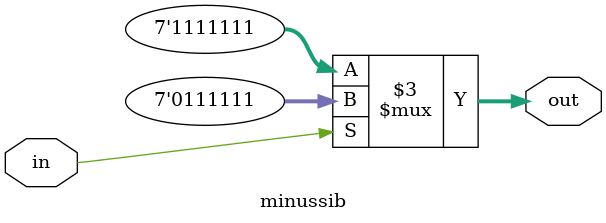
<source format=v>
module minussib(in, out);
	input in;
	output reg [6:0] out;
	
always @(*) begin
	case(in)
		0:out=7'b1111111;
		default:out=7'b0111111;
	endcase
end
endmodule 
</source>
